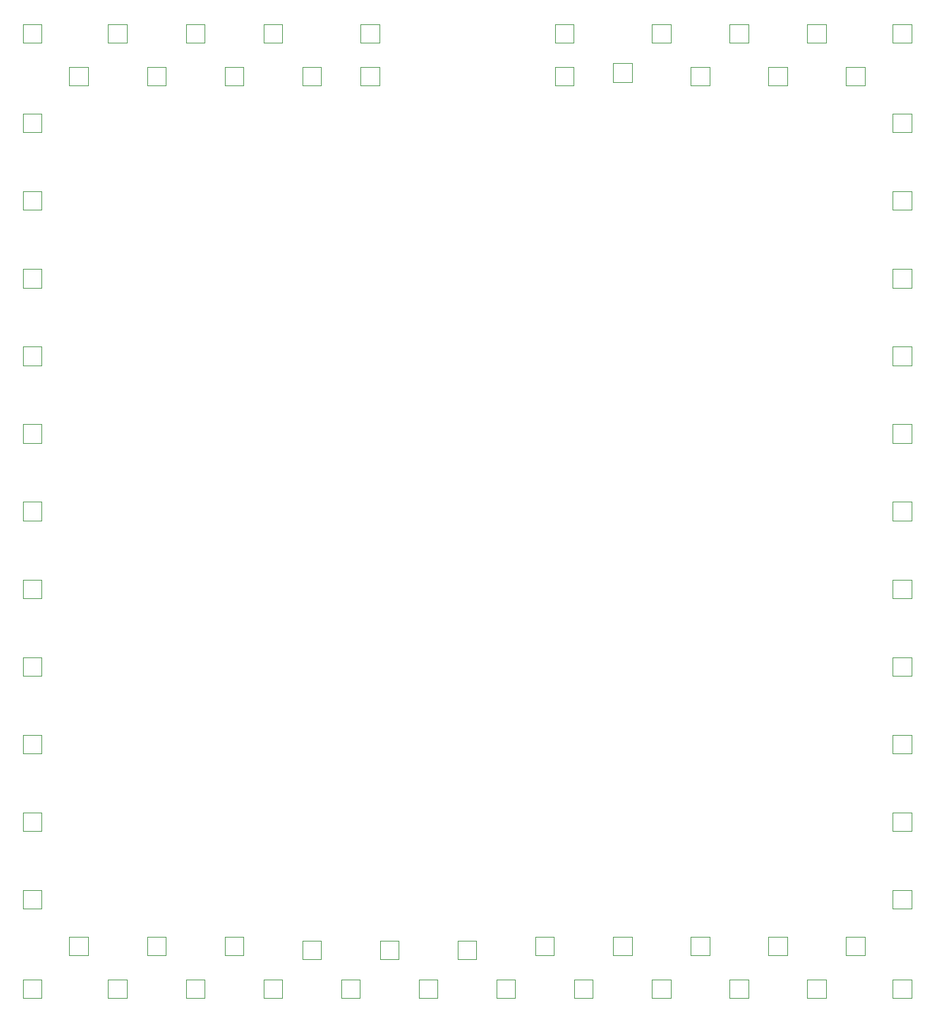
<source format=gbr>
G04 #@! TF.GenerationSoftware,KiCad,Pcbnew,(5.1.2)-2*
G04 #@! TF.CreationDate,2019-09-25T13:34:37+02:00*
G04 #@! TF.ProjectId,foam-template,666f616d-2d74-4656-9d70-6c6174652e6b,rev?*
G04 #@! TF.SameCoordinates,Original*
G04 #@! TF.FileFunction,Legend,Top*
G04 #@! TF.FilePolarity,Positive*
%FSLAX46Y46*%
G04 Gerber Fmt 4.6, Leading zero omitted, Abs format (unit mm)*
G04 Created by KiCad (PCBNEW (5.1.2)-2) date 2019-09-25 13:34:37*
%MOMM*%
%LPD*%
G04 APERTURE LIST*
%ADD10C,0.120000*%
G04 APERTURE END LIST*
D10*
X101200000Y-157700000D02*
X98800000Y-157700000D01*
X98800000Y-157700000D02*
X98800000Y-155300000D01*
X98800000Y-155300000D02*
X101200000Y-155300000D01*
X101200000Y-155300000D02*
X101200000Y-157700000D01*
X106200000Y-162700000D02*
X103800000Y-162700000D01*
X103800000Y-162700000D02*
X103800000Y-160300000D01*
X103800000Y-160300000D02*
X106200000Y-160300000D01*
X106200000Y-160300000D02*
X106200000Y-162700000D01*
X113700000Y-37300000D02*
X113700000Y-39700000D01*
X111300000Y-37300000D02*
X113700000Y-37300000D01*
X111300000Y-39700000D02*
X111300000Y-37300000D01*
X113700000Y-39700000D02*
X111300000Y-39700000D01*
X113700000Y-45200000D02*
X111300000Y-45200000D01*
X111300000Y-45200000D02*
X111300000Y-42800000D01*
X111300000Y-42800000D02*
X113700000Y-42800000D01*
X113700000Y-42800000D02*
X113700000Y-45200000D01*
X121200000Y-42300000D02*
X121200000Y-44700000D01*
X118800000Y-42300000D02*
X121200000Y-42300000D01*
X118800000Y-44700000D02*
X118800000Y-42300000D01*
X121200000Y-44700000D02*
X118800000Y-44700000D01*
X131200000Y-42800000D02*
X131200000Y-45200000D01*
X128800000Y-42800000D02*
X131200000Y-42800000D01*
X128800000Y-45200000D02*
X128800000Y-42800000D01*
X131200000Y-45200000D02*
X128800000Y-45200000D01*
X126200000Y-37300000D02*
X126200000Y-39700000D01*
X123800000Y-37300000D02*
X126200000Y-37300000D01*
X123800000Y-39700000D02*
X123800000Y-37300000D01*
X126200000Y-39700000D02*
X123800000Y-39700000D01*
X136200000Y-37300000D02*
X136200000Y-39700000D01*
X133800000Y-37300000D02*
X136200000Y-37300000D01*
X133800000Y-39700000D02*
X133800000Y-37300000D01*
X136200000Y-39700000D02*
X133800000Y-39700000D01*
X141200000Y-42800000D02*
X141200000Y-45200000D01*
X138800000Y-42800000D02*
X141200000Y-42800000D01*
X138800000Y-45200000D02*
X138800000Y-42800000D01*
X141200000Y-45200000D02*
X138800000Y-45200000D01*
X146200000Y-37300000D02*
X146200000Y-39700000D01*
X143800000Y-37300000D02*
X146200000Y-37300000D01*
X143800000Y-39700000D02*
X143800000Y-37300000D01*
X146200000Y-39700000D02*
X143800000Y-39700000D01*
X151200000Y-42800000D02*
X151200000Y-45200000D01*
X148800000Y-42800000D02*
X151200000Y-42800000D01*
X148800000Y-45200000D02*
X148800000Y-42800000D01*
X151200000Y-45200000D02*
X148800000Y-45200000D01*
X157200000Y-37300000D02*
X157200000Y-39700000D01*
X154800000Y-37300000D02*
X157200000Y-37300000D01*
X154800000Y-39700000D02*
X154800000Y-37300000D01*
X157200000Y-39700000D02*
X154800000Y-39700000D01*
X157200000Y-48800000D02*
X157200000Y-51200000D01*
X154800000Y-48800000D02*
X157200000Y-48800000D01*
X154800000Y-51200000D02*
X154800000Y-48800000D01*
X157200000Y-51200000D02*
X154800000Y-51200000D01*
X157200000Y-58800000D02*
X157200000Y-61200000D01*
X154800000Y-58800000D02*
X157200000Y-58800000D01*
X154800000Y-61200000D02*
X154800000Y-58800000D01*
X157200000Y-61200000D02*
X154800000Y-61200000D01*
X157200000Y-68800000D02*
X157200000Y-71200000D01*
X154800000Y-68800000D02*
X157200000Y-68800000D01*
X154800000Y-71200000D02*
X154800000Y-68800000D01*
X157200000Y-71200000D02*
X154800000Y-71200000D01*
X157200000Y-78800000D02*
X157200000Y-81200000D01*
X154800000Y-78800000D02*
X157200000Y-78800000D01*
X154800000Y-81200000D02*
X154800000Y-78800000D01*
X157200000Y-81200000D02*
X154800000Y-81200000D01*
X157200000Y-88800000D02*
X157200000Y-91200000D01*
X154800000Y-88800000D02*
X157200000Y-88800000D01*
X154800000Y-91200000D02*
X154800000Y-88800000D01*
X157200000Y-91200000D02*
X154800000Y-91200000D01*
X157200000Y-98800000D02*
X157200000Y-101200000D01*
X154800000Y-98800000D02*
X157200000Y-98800000D01*
X154800000Y-101200000D02*
X154800000Y-98800000D01*
X157200000Y-101200000D02*
X154800000Y-101200000D01*
X157200000Y-108800000D02*
X157200000Y-111200000D01*
X154800000Y-108800000D02*
X157200000Y-108800000D01*
X154800000Y-111200000D02*
X154800000Y-108800000D01*
X157200000Y-111200000D02*
X154800000Y-111200000D01*
X157200000Y-118800000D02*
X157200000Y-121200000D01*
X154800000Y-118800000D02*
X157200000Y-118800000D01*
X154800000Y-121200000D02*
X154800000Y-118800000D01*
X157200000Y-121200000D02*
X154800000Y-121200000D01*
X157200000Y-128800000D02*
X157200000Y-131200000D01*
X154800000Y-128800000D02*
X157200000Y-128800000D01*
X154800000Y-131200000D02*
X154800000Y-128800000D01*
X157200000Y-131200000D02*
X154800000Y-131200000D01*
X157200000Y-138800000D02*
X157200000Y-141200000D01*
X154800000Y-138800000D02*
X157200000Y-138800000D01*
X154800000Y-141200000D02*
X154800000Y-138800000D01*
X157200000Y-141200000D02*
X154800000Y-141200000D01*
X121200000Y-154800000D02*
X121200000Y-157200000D01*
X118800000Y-154800000D02*
X121200000Y-154800000D01*
X118800000Y-157200000D02*
X118800000Y-154800000D01*
X121200000Y-157200000D02*
X118800000Y-157200000D01*
X131200000Y-154800000D02*
X131200000Y-157200000D01*
X128800000Y-154800000D02*
X131200000Y-154800000D01*
X128800000Y-157200000D02*
X128800000Y-154800000D01*
X131200000Y-157200000D02*
X128800000Y-157200000D01*
X141200000Y-154800000D02*
X141200000Y-157200000D01*
X138800000Y-154800000D02*
X141200000Y-154800000D01*
X138800000Y-157200000D02*
X138800000Y-154800000D01*
X141200000Y-157200000D02*
X138800000Y-157200000D01*
X126200000Y-160300000D02*
X126200000Y-162700000D01*
X123800000Y-160300000D02*
X126200000Y-160300000D01*
X123800000Y-162700000D02*
X123800000Y-160300000D01*
X126200000Y-162700000D02*
X123800000Y-162700000D01*
X136200000Y-160300000D02*
X136200000Y-162700000D01*
X133800000Y-160300000D02*
X136200000Y-160300000D01*
X133800000Y-162700000D02*
X133800000Y-160300000D01*
X136200000Y-162700000D02*
X133800000Y-162700000D01*
X146200000Y-160300000D02*
X146200000Y-162700000D01*
X143800000Y-160300000D02*
X146200000Y-160300000D01*
X143800000Y-162700000D02*
X143800000Y-160300000D01*
X146200000Y-162700000D02*
X143800000Y-162700000D01*
X157200000Y-148800000D02*
X157200000Y-151200000D01*
X154800000Y-148800000D02*
X157200000Y-148800000D01*
X154800000Y-151200000D02*
X154800000Y-148800000D01*
X157200000Y-151200000D02*
X154800000Y-151200000D01*
X151200000Y-154800000D02*
X151200000Y-157200000D01*
X148800000Y-154800000D02*
X151200000Y-154800000D01*
X148800000Y-157200000D02*
X148800000Y-154800000D01*
X151200000Y-157200000D02*
X148800000Y-157200000D01*
X157200000Y-160300000D02*
X157200000Y-162700000D01*
X154800000Y-160300000D02*
X157200000Y-160300000D01*
X154800000Y-162700000D02*
X154800000Y-160300000D01*
X157200000Y-162700000D02*
X154800000Y-162700000D01*
X116200000Y-160300000D02*
X116200000Y-162700000D01*
X113800000Y-160300000D02*
X116200000Y-160300000D01*
X113800000Y-162700000D02*
X113800000Y-160300000D01*
X116200000Y-162700000D02*
X113800000Y-162700000D01*
X108800000Y-154800000D02*
X111200000Y-154800000D01*
X111200000Y-154800000D02*
X111200000Y-157200000D01*
X111200000Y-157200000D02*
X108800000Y-157200000D01*
X108800000Y-157200000D02*
X108800000Y-154800000D01*
X93800000Y-160300000D02*
X96200000Y-160300000D01*
X96200000Y-160300000D02*
X96200000Y-162700000D01*
X96200000Y-162700000D02*
X93800000Y-162700000D01*
X93800000Y-162700000D02*
X93800000Y-160300000D01*
X88800000Y-155300000D02*
X91200000Y-155300000D01*
X91200000Y-155300000D02*
X91200000Y-157700000D01*
X91200000Y-157700000D02*
X88800000Y-157700000D01*
X88800000Y-157700000D02*
X88800000Y-155300000D01*
X78800000Y-155300000D02*
X81200000Y-155300000D01*
X81200000Y-155300000D02*
X81200000Y-157700000D01*
X81200000Y-157700000D02*
X78800000Y-157700000D01*
X78800000Y-157700000D02*
X78800000Y-155300000D01*
X68800000Y-154800000D02*
X71200000Y-154800000D01*
X71200000Y-154800000D02*
X71200000Y-157200000D01*
X71200000Y-157200000D02*
X68800000Y-157200000D01*
X68800000Y-157200000D02*
X68800000Y-154800000D01*
X83800000Y-160300000D02*
X86200000Y-160300000D01*
X86200000Y-160300000D02*
X86200000Y-162700000D01*
X86200000Y-162700000D02*
X83800000Y-162700000D01*
X83800000Y-162700000D02*
X83800000Y-160300000D01*
X73800000Y-160300000D02*
X76200000Y-160300000D01*
X76200000Y-160300000D02*
X76200000Y-162700000D01*
X76200000Y-162700000D02*
X73800000Y-162700000D01*
X73800000Y-162700000D02*
X73800000Y-160300000D01*
X63800000Y-160300000D02*
X66200000Y-160300000D01*
X66200000Y-160300000D02*
X66200000Y-162700000D01*
X66200000Y-162700000D02*
X63800000Y-162700000D01*
X63800000Y-162700000D02*
X63800000Y-160300000D01*
X58800000Y-154800000D02*
X61200000Y-154800000D01*
X61200000Y-154800000D02*
X61200000Y-157200000D01*
X61200000Y-157200000D02*
X58800000Y-157200000D01*
X58800000Y-157200000D02*
X58800000Y-154800000D01*
X53800000Y-160300000D02*
X56200000Y-160300000D01*
X56200000Y-160300000D02*
X56200000Y-162700000D01*
X56200000Y-162700000D02*
X53800000Y-162700000D01*
X53800000Y-162700000D02*
X53800000Y-160300000D01*
X48800000Y-154800000D02*
X51200000Y-154800000D01*
X51200000Y-154800000D02*
X51200000Y-157200000D01*
X51200000Y-157200000D02*
X48800000Y-157200000D01*
X48800000Y-157200000D02*
X48800000Y-154800000D01*
X42800000Y-160300000D02*
X45200000Y-160300000D01*
X45200000Y-160300000D02*
X45200000Y-162700000D01*
X45200000Y-162700000D02*
X42800000Y-162700000D01*
X42800000Y-162700000D02*
X42800000Y-160300000D01*
X42800000Y-148800000D02*
X45200000Y-148800000D01*
X45200000Y-148800000D02*
X45200000Y-151200000D01*
X45200000Y-151200000D02*
X42800000Y-151200000D01*
X42800000Y-151200000D02*
X42800000Y-148800000D01*
X42800000Y-138800000D02*
X45200000Y-138800000D01*
X45200000Y-138800000D02*
X45200000Y-141200000D01*
X45200000Y-141200000D02*
X42800000Y-141200000D01*
X42800000Y-141200000D02*
X42800000Y-138800000D01*
X42800000Y-128800000D02*
X45200000Y-128800000D01*
X45200000Y-128800000D02*
X45200000Y-131200000D01*
X45200000Y-131200000D02*
X42800000Y-131200000D01*
X42800000Y-131200000D02*
X42800000Y-128800000D01*
X42800000Y-118800000D02*
X45200000Y-118800000D01*
X45200000Y-118800000D02*
X45200000Y-121200000D01*
X45200000Y-121200000D02*
X42800000Y-121200000D01*
X42800000Y-121200000D02*
X42800000Y-118800000D01*
X42800000Y-108800000D02*
X45200000Y-108800000D01*
X45200000Y-108800000D02*
X45200000Y-111200000D01*
X45200000Y-111200000D02*
X42800000Y-111200000D01*
X42800000Y-111200000D02*
X42800000Y-108800000D01*
X42800000Y-98800000D02*
X45200000Y-98800000D01*
X45200000Y-98800000D02*
X45200000Y-101200000D01*
X45200000Y-101200000D02*
X42800000Y-101200000D01*
X42800000Y-101200000D02*
X42800000Y-98800000D01*
X42800000Y-88800000D02*
X45200000Y-88800000D01*
X45200000Y-88800000D02*
X45200000Y-91200000D01*
X45200000Y-91200000D02*
X42800000Y-91200000D01*
X42800000Y-91200000D02*
X42800000Y-88800000D01*
X42800000Y-78800000D02*
X45200000Y-78800000D01*
X45200000Y-78800000D02*
X45200000Y-81200000D01*
X45200000Y-81200000D02*
X42800000Y-81200000D01*
X42800000Y-81200000D02*
X42800000Y-78800000D01*
X42800000Y-68800000D02*
X45200000Y-68800000D01*
X45200000Y-68800000D02*
X45200000Y-71200000D01*
X45200000Y-71200000D02*
X42800000Y-71200000D01*
X42800000Y-71200000D02*
X42800000Y-68800000D01*
X42800000Y-58800000D02*
X45200000Y-58800000D01*
X45200000Y-58800000D02*
X45200000Y-61200000D01*
X45200000Y-61200000D02*
X42800000Y-61200000D01*
X42800000Y-61200000D02*
X42800000Y-58800000D01*
X78800000Y-42800000D02*
X81200000Y-42800000D01*
X81200000Y-42800000D02*
X81200000Y-45200000D01*
X81200000Y-45200000D02*
X78800000Y-45200000D01*
X78800000Y-45200000D02*
X78800000Y-42800000D01*
X68800000Y-42800000D02*
X71200000Y-42800000D01*
X71200000Y-42800000D02*
X71200000Y-45200000D01*
X71200000Y-45200000D02*
X68800000Y-45200000D01*
X68800000Y-45200000D02*
X68800000Y-42800000D01*
X58800000Y-42800000D02*
X61200000Y-42800000D01*
X61200000Y-42800000D02*
X61200000Y-45200000D01*
X61200000Y-45200000D02*
X58800000Y-45200000D01*
X58800000Y-45200000D02*
X58800000Y-42800000D01*
X73800000Y-37300000D02*
X76200000Y-37300000D01*
X76200000Y-37300000D02*
X76200000Y-39700000D01*
X76200000Y-39700000D02*
X73800000Y-39700000D01*
X73800000Y-39700000D02*
X73800000Y-37300000D01*
X63800000Y-37300000D02*
X66200000Y-37300000D01*
X66200000Y-37300000D02*
X66200000Y-39700000D01*
X66200000Y-39700000D02*
X63800000Y-39700000D01*
X63800000Y-39700000D02*
X63800000Y-37300000D01*
X53800000Y-37300000D02*
X56200000Y-37300000D01*
X56200000Y-37300000D02*
X56200000Y-39700000D01*
X56200000Y-39700000D02*
X53800000Y-39700000D01*
X53800000Y-39700000D02*
X53800000Y-37300000D01*
X42800000Y-48800000D02*
X45200000Y-48800000D01*
X45200000Y-48800000D02*
X45200000Y-51200000D01*
X45200000Y-51200000D02*
X42800000Y-51200000D01*
X42800000Y-51200000D02*
X42800000Y-48800000D01*
X48800000Y-42800000D02*
X51200000Y-42800000D01*
X51200000Y-42800000D02*
X51200000Y-45200000D01*
X51200000Y-45200000D02*
X48800000Y-45200000D01*
X48800000Y-45200000D02*
X48800000Y-42800000D01*
X42800000Y-37300000D02*
X45200000Y-37300000D01*
X45200000Y-37300000D02*
X45200000Y-39700000D01*
X45200000Y-39700000D02*
X42800000Y-39700000D01*
X42800000Y-39700000D02*
X42800000Y-37300000D01*
X86300000Y-42800000D02*
X88700000Y-42800000D01*
X88700000Y-42800000D02*
X88700000Y-45200000D01*
X88700000Y-45200000D02*
X86300000Y-45200000D01*
X86300000Y-45200000D02*
X86300000Y-42800000D01*
X86300000Y-37300000D02*
X88700000Y-37300000D01*
X88700000Y-37300000D02*
X88700000Y-39700000D01*
X88700000Y-39700000D02*
X86300000Y-39700000D01*
X86300000Y-39700000D02*
X86300000Y-37300000D01*
M02*

</source>
